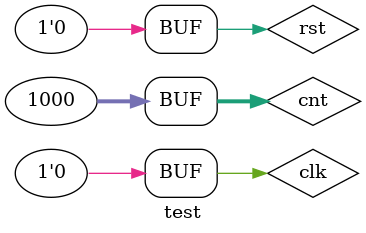
<source format=v>
module test;
	reg clk=1'b0, rst;
	wire [2:0]outLED;
	wire [6:0]outSS;
	
	integer cnt=0;
	
	system S(.clk(clk), .rst(rst), .outLED(outLED), .outSS(outSS));
	
	initial begin
		rst=1'b1; #1 rst=1'b0;
		for(cnt=0; cnt<1000; cnt=cnt+1)begin
			#1 clk=~clk;
		end
	end
	
	initial $monitor("LED: %b, SS: %b", outLED, outSS);
	
	initial begin
		$dumpfile("test.vcd");
		$dumpvars;
	end

endmodule
</source>
